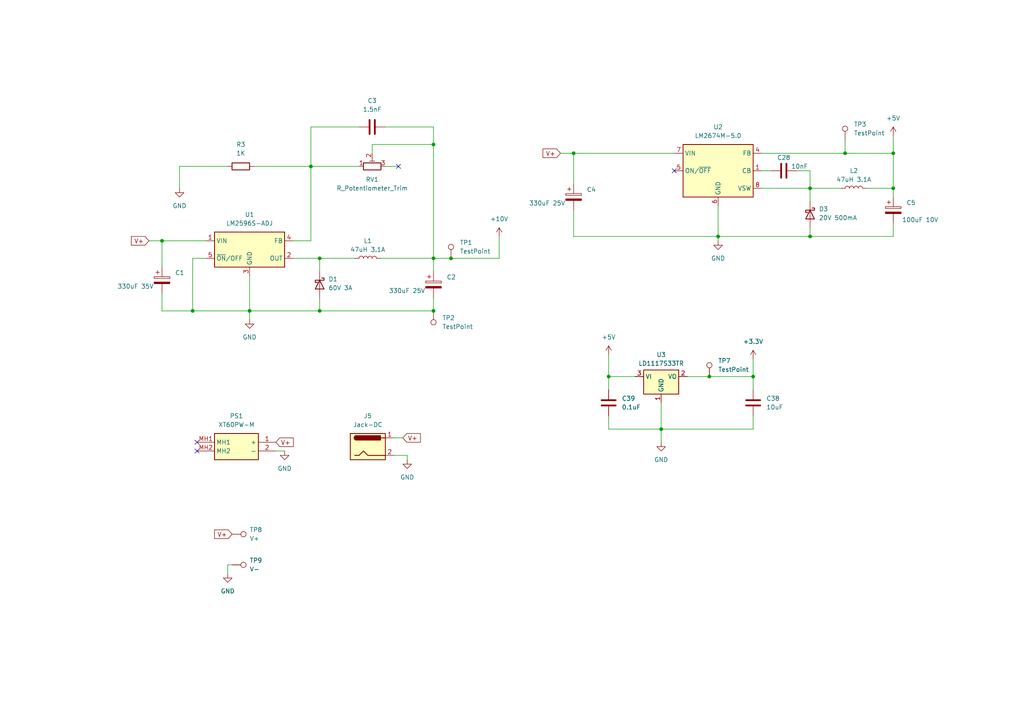
<source format=kicad_sch>
(kicad_sch (version 20250114) (generator "eeschema") (generator_version "9.0")
  (paper "A4")
  (lib_symbols
    (symbol "Connector:Jack-DC" (pin_names (offset 1.016))
      (property "Reference" "J" (at 0 5.334 0))
      (property "Value" "Jack-DC" (at 0 -5.08 0))
      (symbol "Jack-DC_0_1"
        (rectangle (start -5.08 3.81) (end 5.08 -3.81) (stroke (width 0.254)) (fill (type background)))
        (polyline (pts (xy -3.81 -2.54) (xy -2.54 -2.54) (xy -1.27 -1.27) (xy 0 -2.54) (xy 2.54 -2.54) (xy 5.08 -2.54)) (stroke (width 0.254)))
        (arc (start -3.302 1.905) (mid -3.9343 2.54) (end -3.302 3.175) (stroke (width 0.254)))
        (arc (start -3.302 1.905) (mid -3.9343 2.54) (end -3.302 3.175) (stroke (width 0.254)) (fill (type outline)))
        (rectangle (start 3.683 3.175) (end -3.302 1.905) (stroke (width 0.254)) (fill (type outline)))
        (polyline (pts (xy 5.08 2.54) (xy 3.81 2.54)) (stroke (width 0.254)))
      )
      (symbol "Jack-DC_1_1"
        (pin passive line (at 7.62 2.54 180) (length 2.54) (name "~") (number "1"))
        (pin passive line (at 7.62 -2.54 180) (length 2.54) (name "~") (number "2"))
      )
    )
    (symbol "Connector:TestPoint" (pin_numbers (hide yes)) (pin_names (offset 0.762) (hide yes))
      (property "Reference" "TP" (at 0 6.858 0))
      (property "Value" "TestPoint" (at 0 5.08 0))
      (symbol "TestPoint_0_1"
        (circle (center 0 3.302) (radius 0.762))
      )
      (symbol "TestPoint_1_1"
        (pin passive line (at 0 0 90) (length 2.54) (name "1") (number "1"))
      )
    )
    (symbol "Device:C" (pin_numbers (hide yes)) (pin_names (offset 0.254))
      (property "Reference" "C" (at 0.635 2.54 0))
      (property "Value" "C" (at 0.635 -2.54 0))
      (symbol "C_0_1"
        (polyline (pts (xy -2.032 0.762) (xy 2.032 0.762)) (stroke (width 0.508)))
        (polyline (pts (xy -2.032 -0.762) (xy 2.032 -0.762)) (stroke (width 0.508)))
      )
      (symbol "C_1_1"
        (pin passive line (at 0 3.81 270) (length 2.794) (name "~") (number "1"))
        (pin passive line (at 0 -3.81 90) (length 2.794) (name "~") (number "2"))
      )
    )
    (symbol "Device:C_Polarized" (pin_numbers (hide yes)) (pin_names (offset 0.254))
      (property "Reference" "C" (at 0.635 2.54 0))
      (property "Value" "C_Polarized" (at 0.635 -2.54 0))
      (symbol "C_Polarized_0_1"
        (rectangle (start -2.286 0.508) (end 2.286 1.016))
        (polyline (pts (xy -1.778 2.286) (xy -0.762 2.286)))
        (polyline (pts (xy -1.27 2.794) (xy -1.27 1.778)))
        (rectangle (start 2.286 -0.508) (end -2.286 -1.016) (fill (type outline)))
      )
      (symbol "C_Polarized_1_1"
        (pin passive line (at 0 3.81 270) (length 2.794) (name "~") (number "1"))
        (pin passive line (at 0 -3.81 90) (length 2.794) (name "~") (number "2"))
      )
    )
    (symbol "Device:D_Schottky" (pin_numbers (hide yes)) (pin_names (offset 1.016) (hide yes))
      (property "Reference" "D" (at 0 2.54 0))
      (property "Value" "D_Schottky" (at 0 -2.54 0))
      (symbol "D_Schottky_0_1"
        (polyline (pts (xy -1.905 0.635) (xy -1.905 1.27) (xy -1.27 1.27) (xy -1.27 -1.27) (xy -0.635 -1.27) (xy -0.635 -0.635)) (stroke (width 0.254)))
        (polyline (pts (xy 1.27 1.27) (xy 1.27 -1.27) (xy -1.27 0) (xy 1.27 1.27)) (stroke (width 0.254)))
        (polyline (pts (xy 1.27 0) (xy -1.27 0)))
      )
      (symbol "D_Schottky_1_1"
        (pin passive line (at -3.81 0 0) (length 2.54) (name "K") (number "1"))
        (pin passive line (at 3.81 0 180) (length 2.54) (name "A") (number "2"))
      )
    )
    (symbol "Device:L" (pin_numbers (hide yes)) (pin_names (offset 1.016) (hide yes))
      (property "Reference" "L" (at -1.27 0 90))
      (property "Value" "L" (at 1.905 0 90))
      (symbol "L_0_1"
        (arc (start 0 2.54) (mid 0.6323 1.905) (end 0 1.27))
        (arc (start 0 1.27) (mid 0.6323 0.635) (end 0 0))
        (arc (start 0 0) (mid 0.6323 -0.635) (end 0 -1.27))
        (arc (start 0 -1.27) (mid 0.6323 -1.905) (end 0 -2.54))
      )
      (symbol "L_1_1"
        (pin passive line (at 0 3.81 270) (length 1.27) (name "1") (number "1"))
        (pin passive line (at 0 -3.81 90) (length 1.27) (name "2") (number "2"))
      )
    )
    (symbol "Device:R" (pin_numbers (hide yes)) (pin_names (offset 0))
      (property "Reference" "R" (at 2.032 0 90))
      (property "Value" "R" (at 0 0 90))
      (symbol "R_0_1"
        (rectangle (start -1.016 -2.54) (end 1.016 2.54) (stroke (width 0.254)))
      )
      (symbol "R_1_1"
        (pin passive line (at 0 3.81 270) (length 1.27) (name "~") (number "1"))
        (pin passive line (at 0 -3.81 90) (length 1.27) (name "~") (number "2"))
      )
    )
    (symbol "Device:R_Potentiometer_Trim" (pin_names (offset 1.016) (hide yes))
      (property "Reference" "RV" (at -4.445 0 90))
      (property "Value" "R_Potentiometer_Trim" (at -2.54 0 90))
      (symbol "R_Potentiometer_Trim_0_1"
        (rectangle (start 1.016 2.54) (end -1.016 -2.54) (stroke (width 0.254)))
        (polyline (pts (xy 1.524 0.762) (xy 1.524 -0.762)))
        (polyline (pts (xy 2.54 0) (xy 1.524 0)))
      )
      (symbol "R_Potentiometer_Trim_1_1"
        (pin passive line (at 0 3.81 270) (length 1.27) (name "1") (number "1"))
        (pin passive line (at 0 -3.81 90) (length 1.27) (name "3") (number "3"))
        (pin passive line (at 3.81 0 180) (length 1.27) (name "2") (number "2"))
      )
    )
    (symbol "Regulator_Linear:LD1117S33TR_SOT223"
      (property "Reference" "U" (at -3.81 3.175 0))
      (property "Value" "LD1117S33TR_SOT223" (at 0 3.175 0))
      (symbol "LD1117S33TR_SOT223_0_1"
        (rectangle (start -5.08 -5.08) (end 5.08 1.905) (stroke (width 0.254)) (fill (type background)))
      )
      (symbol "LD1117S33TR_SOT223_1_1"
        (pin power_in line (at -7.62 0 0) (length 2.54) (name "VI") (number "3"))
        (pin power_in line (at 0 -7.62 90) (length 2.54) (name "GND") (number "1"))
        (pin power_out line (at 7.62 0 180) (length 2.54) (name "VO") (number "2"))
      )
    )
    (symbol "Regulator_Switching:LM2596S-ADJ"
      (property "Reference" "U" (at -10.16 6.35 0))
      (property "Value" "LM2596S-ADJ" (at 0 6.35 0))
      (symbol "LM2596S-ADJ_0_1"
        (rectangle (start -10.16 5.08) (end 10.16 -5.08) (stroke (width 0.254)) (fill (type background)))
      )
      (symbol "LM2596S-ADJ_1_1"
        (pin power_in line (at -12.7 2.54 0) (length 2.54) (name "VIN") (number "1"))
        (pin input line (at -12.7 -2.54 0) (length 2.54) (name "~{ON}/OFF") (number "5"))
        (pin power_in line (at 0 -7.62 90) (length 2.54) (name "GND") (number "3"))
        (pin input line (at 12.7 2.54 180) (length 2.54) (name "FB") (number "4"))
        (pin output line (at 12.7 -2.54 180) (length 2.54) (name "OUT") (number "2"))
      )
    )
    (symbol "Regulator_Switching:LM2674M-5.0"
      (property "Reference" "U" (at -10.16 8.89 0))
      (property "Value" "LM2674M-5.0" (at 0 8.89 0))
      (symbol "LM2674M-5.0_0_1"
        (rectangle (start -10.16 7.62) (end 10.16 -7.62) (stroke (width 0.254)) (fill (type background)))
      )
      (symbol "LM2674M-5.0_1_1"
        (pin power_in line (at -12.7 5.08 0) (length 2.54) (name "VIN") (number "7"))
        (pin input line (at -12.7 0 0) (length 2.54) (name "ON/~{OFF}") (number "5"))
        (pin no_connect line (at -10.16 -2.54 0) (length 2.54) (hide yes) (name "NC") (number "2"))
        (pin no_connect line (at -10.16 -5.08 0) (length 2.54) (hide yes) (name "NC") (number "3"))
        (pin power_in line (at 0 -10.16 90) (length 2.54) (name "GND") (number "6"))
        (pin input line (at 12.7 5.08 180) (length 2.54) (name "FB") (number "4"))
        (pin input line (at 12.7 0 180) (length 2.54) (name "CB") (number "1"))
        (pin output line (at 12.7 -5.08 180) (length 2.54) (name "VSW") (number "8"))
      )
    )
    (symbol "SamacSys_Parts:XT60PW-M"
      (property "Reference" "PS" (at 19.05 7.62 0))
      (property "Value" "XT60PW-M" (at 19.05 5.08 0))
      (symbol "XT60PW-M_1_1"
        (rectangle (start 5.08 2.54) (end 17.78 -5.08) (stroke (width 0.254)) (fill (type background)))
        (pin passive line (at 0 0 0) (length 5.08) (name "MH1") (number "MH1"))
        (pin passive line (at 0 -2.54 0) (length 5.08) (name "MH2") (number "MH2"))
        (pin passive line (at 22.86 0 180) (length 5.08) (name "+") (number "1"))
        (pin passive line (at 22.86 -2.54 180) (length 5.08) (name "-") (number "2"))
      )
    )
    (symbol "power:+10V" (power) (pin_names (offset 0))
      (property "Value" "+10V" (at 0 3.556 0))
      (symbol "+10V_0_1"
        (polyline (pts (xy -0.762 1.27) (xy 0 2.54)))
        (polyline (pts (xy 0 2.54) (xy 0.762 1.27)))
        (polyline (pts (xy 0 0) (xy 0 2.54)))
      )
      (symbol "+10V_1_1"
        (pin power_in line (at 0 0 90) (length 0) (hide yes) (name "+10V") (number "1"))
      )
    )
    (symbol "power:+3.3V" (power) (pin_names (offset 0))
      (property "Value" "+3.3V" (at 0 3.556 0))
      (symbol "+3.3V_0_1"
        (polyline (pts (xy -0.762 1.27) (xy 0 2.54)))
        (polyline (pts (xy 0 2.54) (xy 0.762 1.27)))
        (polyline (pts (xy 0 0) (xy 0 2.54)))
      )
      (symbol "+3.3V_1_1"
        (pin power_in line (at 0 0 90) (length 0) (hide yes) (name "+3.3V") (number "1"))
      )
    )
    (symbol "power:+5V" (power) (pin_names (offset 0))
      (property "Value" "+5V" (at 0 3.556 0))
      (symbol "+5V_0_1"
        (polyline (pts (xy -0.762 1.27) (xy 0 2.54)))
        (polyline (pts (xy 0 2.54) (xy 0.762 1.27)))
        (polyline (pts (xy 0 0) (xy 0 2.54)))
      )
      (symbol "+5V_1_1"
        (pin power_in line (at 0 0 90) (length 0) (hide yes) (name "+5V") (number "1"))
      )
    )
    (symbol "power:GND" (power) (pin_names (offset 0))
      (property "Value" "GND" (at 0 -3.81 0))
      (symbol "GND_0_1"
        (polyline (pts (xy 0 0) (xy 0 -1.27) (xy 1.27 -1.27) (xy 0 -2.54) (xy -1.27 -1.27) (xy 0 -1.27)))
      )
      (symbol "GND_1_1"
        (pin power_in line (at 0 0 270) (length 0) (hide yes) (name "GND") (number "1"))
      )
    )
  )
  (junction (at 130.81 74.93))
  (junction (at 125.73 90.17))
  (junction (at 125.73 74.93))
  (junction (at 208.28 68.58))
  (junction (at 234.95 68.58))
  (junction (at 125.73 41.91))
  (junction (at 205.74 109.22))
  (junction (at 176.53 109.22))
  (junction (at 72.39 90.17))
  (junction (at 191.77 124.46))
  (junction (at 259.08 54.61))
  (junction (at 90.17 48.26))
  (junction (at 259.08 44.45))
  (junction (at 218.44 109.22))
  (junction (at 92.71 90.17))
  (junction (at 46.99 69.85))
  (junction (at 166.37 44.45))
  (junction (at 55.88 90.17))
  (junction (at 245.11 44.45))
  (junction (at 234.95 54.61))
  (junction (at 92.71 74.93))
  (no_connect (at 115.57 48.26))
  (no_connect (at 57.15 130.81))
  (no_connect (at 195.58 49.53))
  (no_connect (at 57.15 128.27))
  (wire (pts (xy 144.78 68.58) (xy 144.78 74.93)))
  (wire (pts (xy 59.69 74.93) (xy 55.88 74.93)))
  (wire (pts (xy 92.71 90.17) (xy 125.73 90.17)))
  (wire (pts (xy 218.44 120.65) (xy 218.44 124.46)))
  (wire (pts (xy 85.09 69.85) (xy 90.17 69.85)))
  (wire (pts (xy 166.37 44.45) (xy 166.37 53.34)))
  (wire (pts (xy 234.95 54.61) (xy 234.95 58.42)))
  (wire (pts (xy 208.28 59.69) (xy 208.28 68.58)))
  (wire (pts (xy 46.99 69.85) (xy 59.69 69.85)))
  (wire (pts (xy 220.98 54.61) (xy 234.95 54.61)))
  (wire (pts (xy 245.11 44.45) (xy 259.08 44.45)))
  (wire (pts (xy 220.98 49.53) (xy 223.52 49.53)))
  (wire (pts (xy 205.74 109.22) (xy 218.44 109.22)))
  (wire (pts (xy 234.95 49.53) (xy 234.95 54.61)))
  (wire (pts (xy 111.76 48.26) (xy 115.57 48.26)))
  (wire (pts (xy 107.95 41.91) (xy 125.73 41.91)))
  (wire (pts (xy 52.07 48.26) (xy 52.07 54.61)))
  (wire (pts (xy 176.53 102.87) (xy 176.53 109.22)))
  (wire (pts (xy 90.17 48.26) (xy 90.17 69.85)))
  (wire (pts (xy 245.11 40.64) (xy 245.11 44.45)))
  (wire (pts (xy 125.73 74.93) (xy 130.81 74.93)))
  (wire (pts (xy 162.56 44.45) (xy 166.37 44.45)))
  (wire (pts (xy 111.76 36.83) (xy 125.73 36.83)))
  (wire (pts (xy 114.3 132.08) (xy 118.11 132.08)))
  (wire (pts (xy 234.95 68.58) (xy 259.08 68.58)))
  (wire (pts (xy 208.28 69.85) (xy 208.28 68.58)))
  (wire (pts (xy 72.39 90.17) (xy 72.39 92.71)))
  (wire (pts (xy 43.18 69.85) (xy 46.99 69.85)))
  (wire (pts (xy 218.44 109.22) (xy 218.44 113.03)))
  (wire (pts (xy 92.71 74.93) (xy 92.71 78.74)))
  (wire (pts (xy 52.07 48.26) (xy 66.04 48.26)))
  (wire (pts (xy 125.73 41.91) (xy 125.73 74.93)))
  (wire (pts (xy 110.49 74.93) (xy 125.73 74.93)))
  (wire (pts (xy 166.37 44.45) (xy 195.58 44.45)))
  (wire (pts (xy 166.37 60.96) (xy 166.37 68.58)))
  (wire (pts (xy 46.99 85.09) (xy 46.99 90.17)))
  (wire (pts (xy 259.08 54.61) (xy 259.08 44.45)))
  (wire (pts (xy 85.09 74.93) (xy 92.71 74.93)))
  (wire (pts (xy 107.95 41.91) (xy 107.95 44.45)))
  (wire (pts (xy 251.46 54.61) (xy 259.08 54.61)))
  (wire (pts (xy 191.77 116.84) (xy 191.77 124.46)))
  (wire (pts (xy 55.88 90.17) (xy 72.39 90.17)))
  (wire (pts (xy 92.71 86.36) (xy 92.71 90.17)))
  (wire (pts (xy 90.17 48.26) (xy 104.14 48.26)))
  (wire (pts (xy 55.88 74.93) (xy 55.88 90.17)))
  (wire (pts (xy 208.28 68.58) (xy 234.95 68.58)))
  (wire (pts (xy 176.53 120.65) (xy 176.53 124.46)))
  (wire (pts (xy 46.99 69.85) (xy 46.99 77.47)))
  (wire (pts (xy 130.81 74.93) (xy 144.78 74.93)))
  (wire (pts (xy 80.01 130.81) (xy 82.55 130.81)))
  (wire (pts (xy 118.11 132.08) (xy 118.11 133.35)))
  (wire (pts (xy 176.53 109.22) (xy 176.53 113.03)))
  (wire (pts (xy 176.53 109.22) (xy 184.15 109.22)))
  (wire (pts (xy 125.73 74.93) (xy 125.73 78.74)))
  (wire (pts (xy 73.66 48.26) (xy 90.17 48.26)))
  (wire (pts (xy 125.73 86.36) (xy 125.73 90.17)))
  (wire (pts (xy 166.37 68.58) (xy 208.28 68.58)))
  (wire (pts (xy 191.77 128.27) (xy 191.77 124.46)))
  (wire (pts (xy 199.39 109.22) (xy 205.74 109.22)))
  (wire (pts (xy 259.08 68.58) (xy 259.08 64.77)))
  (wire (pts (xy 114.3 127) (xy 116.84 127)))
  (wire (pts (xy 234.95 68.58) (xy 234.95 66.04)))
  (wire (pts (xy 220.98 44.45) (xy 245.11 44.45)))
  (wire (pts (xy 72.39 80.01) (xy 72.39 90.17)))
  (wire (pts (xy 191.77 124.46) (xy 218.44 124.46)))
  (wire (pts (xy 234.95 49.53) (xy 231.14 49.53)))
  (wire (pts (xy 66.04 163.83) (xy 66.04 166.37)))
  (wire (pts (xy 46.99 90.17) (xy 55.88 90.17)))
  (wire (pts (xy 176.53 124.46) (xy 191.77 124.46)))
  (wire (pts (xy 90.17 36.83) (xy 90.17 48.26)))
  (wire (pts (xy 259.08 39.37) (xy 259.08 44.45)))
  (wire (pts (xy 67.31 163.83) (xy 66.04 163.83)))
  (wire (pts (xy 125.73 36.83) (xy 125.73 41.91)))
  (wire (pts (xy 72.39 90.17) (xy 92.71 90.17)))
  (wire (pts (xy 234.95 54.61) (xy 243.84 54.61)))
  (wire (pts (xy 92.71 74.93) (xy 102.87 74.93)))
  (wire (pts (xy 259.08 54.61) (xy 259.08 57.15)))
  (wire (pts (xy 218.44 104.14) (xy 218.44 109.22)))
  (wire (pts (xy 90.17 36.83) (xy 104.14 36.83)))
  (global_label "V+" (shape input) (at 67.31 154.94 180) (property "Intersheetrefs" "${INTERSHEET_REFS}" (effects (hide yes))))
  (global_label "V+" (shape input) (at 80.01 128.27 0) (property "Intersheetrefs" "${INTERSHEET_REFS}" (effects (hide yes))))
  (global_label "V+" (shape input) (at 43.18 69.85 180) (property "Intersheetrefs" "${INTERSHEET_REFS}" (effects (hide yes))))
  (global_label "V+" (shape input) (at 116.84 127 0) (property "Intersheetrefs" "${INTERSHEET_REFS}" (effects (hide yes))))
  (global_label "V+" (shape input) (at 162.56 44.45 180) (property "Intersheetrefs" "${INTERSHEET_REFS}" (effects (hide yes))))
  (symbol (lib_id "power:GND") (at 66.04 166.37 0) (unit 1)
    (property "Reference" "#PWR062" (effects (hide yes)))
    (property "Value" "GND" (at 66.04 171.45 0))
  )
  (symbol (lib_id "power:+5V") (at 176.53 102.87 0) (unit 1)
    (property "Reference" "#PWR046" (effects (hide yes)))
    (property "Value" "+5V" (at 176.53 97.79 0))
  )
  (symbol (lib_id "power:GND") (at 72.39 92.71 0) (unit 1)
    (property "Reference" "#PWR01" (effects (hide yes)))
    (property "Value" "GND" (at 72.39 97.79 0))
  )
  (symbol (lib_id "power:+3.3V") (at 218.44 104.14 0) (unit 1)
    (property "Reference" "#PWR031" (effects (hide yes)))
    (property "Value" "+3.3V" (at 218.44 99.06 0))
  )
  (symbol (lib_id "Device:C") (at 107.95 36.83 90) (unit 1)
    (property "Reference" "C3" (at 107.95 29.21 90))
    (property "Value" "1.5nF" (at 107.95 31.75 90))
    (property "Footprint" "Capacitor_SMD:C_0603_1608Metric" (effects (hide yes)))
    (property "Description" "Unpolarized capacitor" (effects (hide yes)))
  )
  (symbol (lib_id "Connector:TestPoint") (at 67.31 154.94 270) (unit 1)
    (property "Reference" "TP8" (at 72.39 153.67 90) (effects (justify left)))
    (property "Value" "V+" (at 72.39 156.21 90) (effects (justify left)))
    (property "Footprint" "TestPoint:TestPoint_Pad_2.5x2.5mm" (effects (hide yes)))
  )
  (symbol (lib_id "Device:C") (at 218.44 116.84 180) (unit 1)
    (property "Reference" "C38" (at 222.25 115.5699 0) (effects (justify right)))
    (property "Value" "10uF" (at 222.25 118.1099 0) (effects (justify right)))
    (property "Footprint" "Capacitor_SMD:C_0603_1608Metric" (effects (hide yes)))
    (property "Description" "Unpolarized capacitor" (effects (hide yes)))
  )
  (symbol (lib_id "Regulator_Switching:LM2674M-5.0") (at 208.28 49.53 0) (unit 1)
    (property "Reference" "U2" (at 208.28 36.83 0))
    (property "Value" "LM2674M-5.0" (at 208.28 39.37 0))
    (property "Footprint" "Package_SO:SOIC-8_3.9x4.9mm_P1.27mm" (effects (hide yes)))
    (property "Datasheet" "http://www.ti.com/lit/ds/symlink/lm2674.pdf" (effects (hide yes)))
    (property "Description" "5V, 500mA Step-Down Voltage Regulator, SO-8" (effects (hide yes)))
  )
  (symbol (lib_id "SamacSys_Parts:XT60PW-M") (at 57.15 128.27 0) (unit 1)
    (property "Reference" "PS1" (at 68.58 120.65 0))
    (property "Value" "XT60PW-M" (at 68.58 123.19 0))
    (property "Footprint" "SamacSys_Parts:XT60PWM" (effects (hide yes)))
    (property "Datasheet" "https://www.tme.eu/Document/b13629717d44ae038681dba08d18c0b6/XT60PW-M.pdf" (effects (hide yes)))
    (property "Height" "8.4" (effects (hide yes)))
    (property "Manufacturer_Name" "Changzhou Amass Elec" (effects (hide yes)))
    (property "Manufacturer_Part_Number" "XT60PW-M" (effects (hide yes)))
  )
  (symbol (lib_id "Device:L") (at 106.68 74.93 90) (unit 1)
    (property "Reference" "L1" (at 106.68 69.85 90))
    (property "Value" "47uH 3.1A" (at 106.68 72.39 90))
    (property "Footprint" "SamacSys_Parts:LMLP1011M470DTAS" (effects (hide yes)))
    (property "Description" "Inductor" (effects (hide yes)))
  )
  (symbol (lib_id "Device:C_Polarized") (at 46.99 81.28 0) (unit 1)
    (property "Reference" "C1" (at 50.8 79.1209 0) (effects (justify left)))
    (property "Value" "330uF 35V" (at 34.036 83.058 0) (effects (justify left)))
    (property "Footprint" "Capacitor_SMD:CP_Elec_8x10" (effects (hide yes)))
    (property "Description" "Polarized capacitor" (effects (hide yes)))
  )
  (symbol (lib_id "Device:D_Schottky") (at 92.71 82.55 270) (unit 1)
    (property "Reference" "D1" (at 95.25 80.9624 90) (effects (justify left)))
    (property "Value" "60V 3A" (at 95.25 83.5024 90) (effects (justify left)))
    (property "Footprint" "Diode_SMD:D_SMA" (effects (hide yes)))
  )
  (symbol (lib_id "Regulator_Switching:LM2596S-ADJ") (at 72.39 72.39 0) (unit 1)
    (property "Reference" "U1" (at 72.39 62.23 0))
    (property "Value" "LM2596S-ADJ" (at 72.39 64.77 0))
    (property "Footprint" "Package_TO_SOT_SMD:TO-263-5_TabPin3" (effects (hide yes)))
    (property "Datasheet" "http://www.ti.com/lit/ds/symlink/lm2596.pdf" (effects (hide yes)))
  )
  (symbol (lib_id "Device:C") (at 176.53 116.84 180) (unit 1)
    (property "Reference" "C39" (at 180.34 115.5699 0) (effects (justify right)))
    (property "Value" "0.1uF" (at 180.34 118.1099 0) (effects (justify right)))
    (property "Footprint" "Capacitor_SMD:C_0603_1608Metric" (effects (hide yes)))
    (property "Description" "Unpolarized capacitor" (effects (hide yes)))
  )
  (symbol (lib_id "Connector:TestPoint") (at 125.73 90.17 180) (unit 1)
    (property "Reference" "TP2" (at 128.27 92.202 0) (effects (justify right)))
    (property "Value" "TestPoint" (at 128.27 94.742 0) (effects (justify right)))
    (property "Footprint" "TestPoint:TestPoint_Pad_1.0x1.0mm" (effects (hide yes)))
  )
  (symbol (lib_id "Connector:TestPoint") (at 67.31 163.83 270) (unit 1)
    (property "Reference" "TP9" (at 72.39 162.56 90) (effects (justify left)))
    (property "Value" "V-" (at 72.39 165.1 90) (effects (justify left)))
    (property "Footprint" "TestPoint:TestPoint_Pad_2.5x2.5mm" (effects (hide yes)))
  )
  (symbol (lib_id "Device:L") (at 247.65 54.61 90) (unit 1)
    (property "Reference" "L2" (at 247.65 49.53 90))
    (property "Value" "47uH 3.1A" (at 247.65 52.07 90))
    (property "Footprint" "Inductor_SMD:L_1812_4532Metric_Pad1.30x3.40mm_HandSolder" (effects (hide yes)))
    (property "Description" "Inductor" (effects (hide yes)))
  )
  (symbol (lib_id "Device:R_Potentiometer_Trim") (at 107.95 48.26 90) (unit 1)
    (property "Reference" "RV1" (at 107.95 52.07 90))
    (property "Value" "R_Potentiometer_Trim" (at 107.95 54.61 90))
    (property "Footprint" "Potentiometer_THT:Potentiometer_Bourns_3296W_Vertical" (effects (hide yes)))
    (property "Description" "Trim-potentiometer" (effects (hide yes)))
  )
  (symbol (lib_id "Connector:TestPoint") (at 130.81 74.93 0) (unit 1)
    (property "Reference" "TP1" (at 133.35 70.358 0) (effects (justify left)))
    (property "Value" "TestPoint" (at 133.35 72.898 0) (effects (justify left)))
    (property "Footprint" "TestPoint:TestPoint_Pad_1.0x1.0mm" (effects (hide yes)))
  )
  (symbol (lib_id "Connector:Jack-DC") (at 106.68 129.54 0) (unit 1)
    (property "Reference" "J5" (at 106.68 120.65 0))
    (property "Value" "Jack-DC" (at 106.68 123.19 0))
    (property "Footprint" "Connector_BarrelJack:BarrelJack_GCT_DCJ200-10-A_Horizontal" (effects (hide yes)))
    (property "Description" "DC Barrel Jack" (effects (hide yes)))
  )
  (symbol (lib_id "power:GND") (at 118.11 133.35 0) (unit 1)
    (property "Reference" "#PWR065" (effects (hide yes)))
    (property "Value" "GND" (at 118.11 138.43 0))
  )
  (symbol (lib_id "power:GND") (at 52.07 54.61 0) (unit 1)
    (property "Reference" "#PWR061" (effects (hide yes)))
    (property "Value" "GND" (at 52.07 59.69 0))
  )
  (symbol (lib_id "Connector:TestPoint") (at 245.11 40.64 0) (unit 1)
    (property "Reference" "TP3" (at 247.65 36.068 0) (effects (justify left)))
    (property "Value" "TestPoint" (at 247.65 38.608 0) (effects (justify left)))
    (property "Footprint" "TestPoint:TestPoint_Pad_1.0x1.0mm" (effects (hide yes)))
  )
  (symbol (lib_id "Device:D_Schottky") (at 234.95 62.23 270) (unit 1)
    (property "Reference" "D3" (at 237.49 60.6424 90) (effects (justify left)))
    (property "Value" "20V 500mA" (at 237.49 63.1824 90) (effects (justify left)))
    (property "Footprint" "Diode_SMD:D_SOD-523" (effects (hide yes)))
  )
  (symbol (lib_id "Device:C_Polarized") (at 125.73 82.55 0) (unit 1)
    (property "Reference" "C2" (at 129.54 80.3909 0) (effects (justify left)))
    (property "Value" "330uF 25V" (at 112.776 84.328 0) (effects (justify left)))
    (property "Footprint" "Capacitor_SMD:CP_Elec_8x10" (effects (hide yes)))
    (property "Description" "Polarized capacitor" (effects (hide yes)))
  )
  (symbol (lib_id "power:GND") (at 208.28 69.85 0) (unit 1)
    (property "Reference" "#PWR03" (effects (hide yes)))
    (property "Value" "GND" (at 208.28 74.93 0))
  )
  (symbol (lib_id "Device:R") (at 69.85 48.26 90) (unit 1)
    (property "Reference" "R3" (at 69.85 41.91 90))
    (property "Value" "1K" (at 69.85 44.45 90))
    (property "Footprint" "Resistor_SMD:R_0603_1608Metric" (effects (hide yes)))
    (property "Description" "Resistor" (effects (hide yes)))
  )
  (symbol (lib_id "Device:C") (at 227.33 49.53 90) (unit 1)
    (property "Reference" "C28" (at 227.33 45.72 90))
    (property "Value" "10nF" (at 231.902 48.26 90))
    (property "Footprint" "Capacitor_SMD:C_0603_1608Metric" (effects (hide yes)))
    (property "Description" "Unpolarized capacitor" (effects (hide yes)))
  )
  (symbol (lib_id "power:GND") (at 191.77 128.27 0) (unit 1)
    (property "Reference" "#PWR048" (effects (hide yes)))
    (property "Value" "GND" (at 191.77 133.35 0))
  )
  (symbol (lib_id "Device:C_Polarized") (at 166.37 57.15 0) (unit 1)
    (property "Reference" "C4" (at 170.18 54.9909 0) (effects (justify left)))
    (property "Value" "330uF 25V" (at 153.416 58.928 0) (effects (justify left)))
    (property "Footprint" "Capacitor_SMD:CP_Elec_8x10" (effects (hide yes)))
    (property "Description" "Polarized capacitor" (effects (hide yes)))
  )
  (symbol (lib_id "power:+5V") (at 259.08 39.37 0) (unit 1)
    (property "Reference" "#PWR049" (effects (hide yes)))
    (property "Value" "+5V" (at 259.08 34.29 0))
  )
  (symbol (lib_id "power:GND") (at 82.55 130.81 0) (unit 1)
    (property "Reference" "#PWR063" (effects (hide yes)))
    (property "Value" "GND" (at 82.55 135.89 0))
  )
  (symbol (lib_id "Connector:TestPoint") (at 205.74 109.22 0) (unit 1)
    (property "Reference" "TP7" (at 208.28 104.648 0) (effects (justify left)))
    (property "Value" "TestPoint" (at 208.28 107.188 0) (effects (justify left)))
    (property "Footprint" "TestPoint:TestPoint_Pad_1.0x1.0mm" (effects (hide yes)))
  )
  (symbol (lib_id "Device:C_Polarized") (at 259.08 60.96 0) (unit 1)
    (property "Reference" "C5" (at 262.89 58.8009 0) (effects (justify left)))
    (property "Value" "100uF 10V" (at 261.62 63.754 0) (effects (justify left)))
    (property "Footprint" "Capacitor_SMD:CP_Elec_5x5.3" (effects (hide yes)))
    (property "Description" "Polarized capacitor" (effects (hide yes)))
  )
  (symbol (lib_id "power:+10V") (at 144.78 68.58 0) (unit 1)
    (property "Reference" "#PWR02" (effects (hide yes)))
    (property "Value" "+10V" (at 144.78 63.5 0))
  )
  (symbol (lib_id "Regulator_Linear:LD1117S33TR_SOT223") (at 191.77 109.22 0) (unit 1)
    (property "Reference" "U3" (at 191.77 102.87 0))
    (property "Value" "LD1117S33TR" (at 191.77 105.41 0))
    (property "Footprint" "Package_TO_SOT_SMD:SOT-223-3_TabPin2" (effects (hide yes)))
    (property "Datasheet" "http://www.st.com/st-web-ui/static/active/en/resource/technical/document/datasheet/CD00000544.pdf" (effects (hide yes)))
  )
)
</source>
